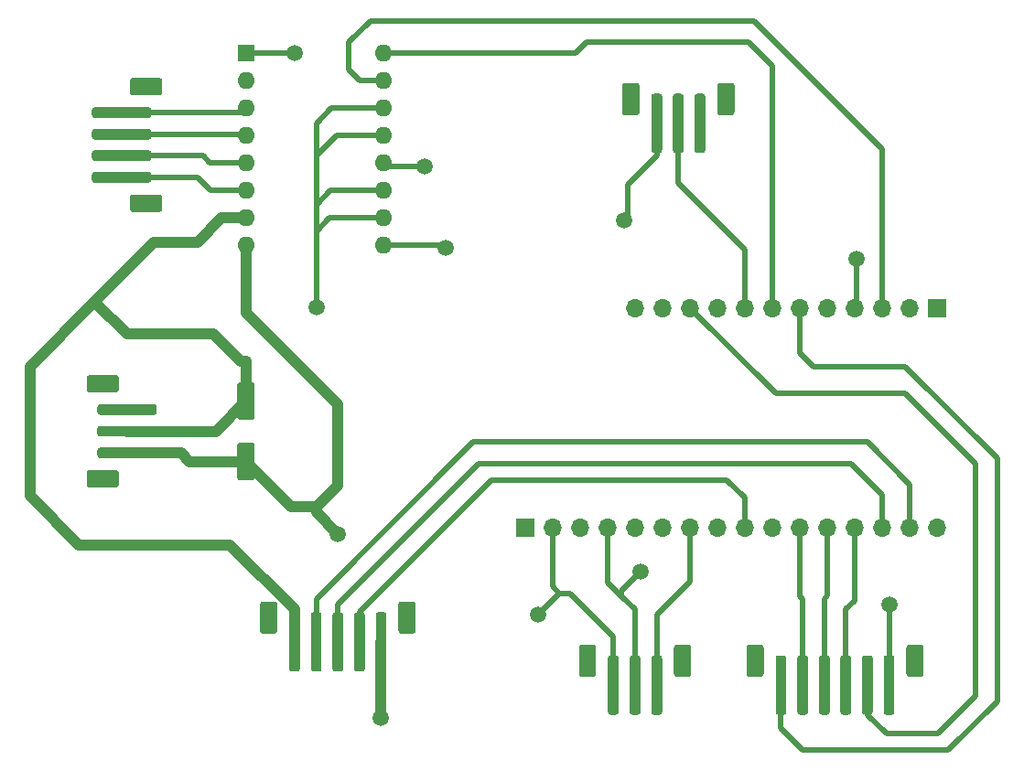
<source format=gbr>
G04 #@! TF.GenerationSoftware,KiCad,Pcbnew,(5.1.9)-1*
G04 #@! TF.CreationDate,2022-06-25T15:55:54-04:00*
G04 #@! TF.ProjectId,TarotMachine,5461726f-744d-4616-9368-696e652e6b69,rev?*
G04 #@! TF.SameCoordinates,Original*
G04 #@! TF.FileFunction,Copper,L1,Top*
G04 #@! TF.FilePolarity,Positive*
%FSLAX46Y46*%
G04 Gerber Fmt 4.6, Leading zero omitted, Abs format (unit mm)*
G04 Created by KiCad (PCBNEW (5.1.9)-1) date 2022-06-25 15:55:54*
%MOMM*%
%LPD*%
G01*
G04 APERTURE LIST*
G04 #@! TA.AperFunction,ComponentPad*
%ADD10O,1.700000X1.700000*%
G04 #@! TD*
G04 #@! TA.AperFunction,ComponentPad*
%ADD11R,1.700000X1.700000*%
G04 #@! TD*
G04 #@! TA.AperFunction,ComponentPad*
%ADD12R,1.600000X1.600000*%
G04 #@! TD*
G04 #@! TA.AperFunction,ComponentPad*
%ADD13O,1.600000X1.600000*%
G04 #@! TD*
G04 #@! TA.AperFunction,ViaPad*
%ADD14C,1.500000*%
G04 #@! TD*
G04 #@! TA.AperFunction,Conductor*
%ADD15C,0.500000*%
G04 #@! TD*
G04 #@! TA.AperFunction,Conductor*
%ADD16C,1.000000*%
G04 #@! TD*
G04 APERTURE END LIST*
D10*
X92450000Y-48390000D03*
X89910000Y-48390000D03*
X87370000Y-48390000D03*
X84830000Y-48390000D03*
X82290000Y-48390000D03*
X79750000Y-48390000D03*
X77210000Y-48390000D03*
X74670000Y-48390000D03*
X72130000Y-48390000D03*
X69590000Y-48390000D03*
X67050000Y-48390000D03*
X64510000Y-48390000D03*
X61970000Y-48390000D03*
X59430000Y-48390000D03*
X56890000Y-48390000D03*
D11*
X54350000Y-48390000D03*
D10*
X64510000Y-28070000D03*
X67050000Y-28070000D03*
X69590000Y-28070000D03*
X72130000Y-28070000D03*
X74670000Y-28070000D03*
X77210000Y-28070000D03*
X79750000Y-28070000D03*
X82290000Y-28070000D03*
X84830000Y-28070000D03*
X87370000Y-28070000D03*
X89910000Y-28070000D03*
D11*
X92450000Y-28070000D03*
D12*
X28500000Y-4500000D03*
D13*
X41200000Y-22280000D03*
X28500000Y-7040000D03*
X41200000Y-19740000D03*
X28500000Y-9580000D03*
X41200000Y-17200000D03*
X28500000Y-12120000D03*
X41200000Y-14660000D03*
X28500000Y-14660000D03*
X41200000Y-12120000D03*
X28500000Y-17200000D03*
X41200000Y-9580000D03*
X28500000Y-19740000D03*
X41200000Y-7040000D03*
X28500000Y-22280000D03*
X41200000Y-4500000D03*
G04 #@! TA.AperFunction,SMDPad,CuDef*
G36*
G01*
X29050000Y-44050000D02*
X27950000Y-44050000D01*
G75*
G02*
X27700000Y-43800000I0J250000D01*
G01*
X27700000Y-40800000D01*
G75*
G02*
X27950000Y-40550000I250000J0D01*
G01*
X29050000Y-40550000D01*
G75*
G02*
X29300000Y-40800000I0J-250000D01*
G01*
X29300000Y-43800000D01*
G75*
G02*
X29050000Y-44050000I-250000J0D01*
G01*
G37*
G04 #@! TD.AperFunction*
G04 #@! TA.AperFunction,SMDPad,CuDef*
G36*
G01*
X29050000Y-38450000D02*
X27950000Y-38450000D01*
G75*
G02*
X27700000Y-38200000I0J250000D01*
G01*
X27700000Y-35200000D01*
G75*
G02*
X27950000Y-34950000I250000J0D01*
G01*
X29050000Y-34950000D01*
G75*
G02*
X29300000Y-35200000I0J-250000D01*
G01*
X29300000Y-38200000D01*
G75*
G02*
X29050000Y-38450000I-250000J0D01*
G01*
G37*
G04 #@! TD.AperFunction*
G04 #@! TA.AperFunction,SMDPad,CuDef*
G36*
G01*
X68100000Y-62000000D02*
X68100000Y-59500000D01*
G75*
G02*
X68350000Y-59250000I250000J0D01*
G01*
X69450000Y-59250000D01*
G75*
G02*
X69700000Y-59500000I0J-250000D01*
G01*
X69700000Y-62000000D01*
G75*
G02*
X69450000Y-62250000I-250000J0D01*
G01*
X68350000Y-62250000D01*
G75*
G02*
X68100000Y-62000000I0J250000D01*
G01*
G37*
G04 #@! TD.AperFunction*
G04 #@! TA.AperFunction,SMDPad,CuDef*
G36*
G01*
X59300000Y-62000000D02*
X59300000Y-59500000D01*
G75*
G02*
X59550000Y-59250000I250000J0D01*
G01*
X60650000Y-59250000D01*
G75*
G02*
X60900000Y-59500000I0J-250000D01*
G01*
X60900000Y-62000000D01*
G75*
G02*
X60650000Y-62250000I-250000J0D01*
G01*
X59550000Y-62250000D01*
G75*
G02*
X59300000Y-62000000I0J250000D01*
G01*
G37*
G04 #@! TD.AperFunction*
G04 #@! TA.AperFunction,SMDPad,CuDef*
G36*
G01*
X66000000Y-65500000D02*
X66000000Y-60500000D01*
G75*
G02*
X66250000Y-60250000I250000J0D01*
G01*
X66750000Y-60250000D01*
G75*
G02*
X67000000Y-60500000I0J-250000D01*
G01*
X67000000Y-65500000D01*
G75*
G02*
X66750000Y-65750000I-250000J0D01*
G01*
X66250000Y-65750000D01*
G75*
G02*
X66000000Y-65500000I0J250000D01*
G01*
G37*
G04 #@! TD.AperFunction*
G04 #@! TA.AperFunction,SMDPad,CuDef*
G36*
G01*
X64000000Y-65500000D02*
X64000000Y-60500000D01*
G75*
G02*
X64250000Y-60250000I250000J0D01*
G01*
X64750000Y-60250000D01*
G75*
G02*
X65000000Y-60500000I0J-250000D01*
G01*
X65000000Y-65500000D01*
G75*
G02*
X64750000Y-65750000I-250000J0D01*
G01*
X64250000Y-65750000D01*
G75*
G02*
X64000000Y-65500000I0J250000D01*
G01*
G37*
G04 #@! TD.AperFunction*
G04 #@! TA.AperFunction,SMDPad,CuDef*
G36*
G01*
X62000000Y-65500000D02*
X62000000Y-60500000D01*
G75*
G02*
X62250000Y-60250000I250000J0D01*
G01*
X62750000Y-60250000D01*
G75*
G02*
X63000000Y-60500000I0J-250000D01*
G01*
X63000000Y-65500000D01*
G75*
G02*
X62750000Y-65750000I-250000J0D01*
G01*
X62250000Y-65750000D01*
G75*
G02*
X62000000Y-65500000I0J250000D01*
G01*
G37*
G04 #@! TD.AperFunction*
G04 #@! TA.AperFunction,SMDPad,CuDef*
G36*
G01*
X66000000Y-13500000D02*
X66000000Y-8500000D01*
G75*
G02*
X66250000Y-8250000I250000J0D01*
G01*
X66750000Y-8250000D01*
G75*
G02*
X67000000Y-8500000I0J-250000D01*
G01*
X67000000Y-13500000D01*
G75*
G02*
X66750000Y-13750000I-250000J0D01*
G01*
X66250000Y-13750000D01*
G75*
G02*
X66000000Y-13500000I0J250000D01*
G01*
G37*
G04 #@! TD.AperFunction*
G04 #@! TA.AperFunction,SMDPad,CuDef*
G36*
G01*
X68000000Y-13500000D02*
X68000000Y-8500000D01*
G75*
G02*
X68250000Y-8250000I250000J0D01*
G01*
X68750000Y-8250000D01*
G75*
G02*
X69000000Y-8500000I0J-250000D01*
G01*
X69000000Y-13500000D01*
G75*
G02*
X68750000Y-13750000I-250000J0D01*
G01*
X68250000Y-13750000D01*
G75*
G02*
X68000000Y-13500000I0J250000D01*
G01*
G37*
G04 #@! TD.AperFunction*
G04 #@! TA.AperFunction,SMDPad,CuDef*
G36*
G01*
X70000000Y-13500000D02*
X70000000Y-8500000D01*
G75*
G02*
X70250000Y-8250000I250000J0D01*
G01*
X70750000Y-8250000D01*
G75*
G02*
X71000000Y-8500000I0J-250000D01*
G01*
X71000000Y-13500000D01*
G75*
G02*
X70750000Y-13750000I-250000J0D01*
G01*
X70250000Y-13750000D01*
G75*
G02*
X70000000Y-13500000I0J250000D01*
G01*
G37*
G04 #@! TD.AperFunction*
G04 #@! TA.AperFunction,SMDPad,CuDef*
G36*
G01*
X63300000Y-10000000D02*
X63300000Y-7500000D01*
G75*
G02*
X63550000Y-7250000I250000J0D01*
G01*
X64650000Y-7250000D01*
G75*
G02*
X64900000Y-7500000I0J-250000D01*
G01*
X64900000Y-10000000D01*
G75*
G02*
X64650000Y-10250000I-250000J0D01*
G01*
X63550000Y-10250000D01*
G75*
G02*
X63300000Y-10000000I0J250000D01*
G01*
G37*
G04 #@! TD.AperFunction*
G04 #@! TA.AperFunction,SMDPad,CuDef*
G36*
G01*
X72100000Y-10000000D02*
X72100000Y-7500000D01*
G75*
G02*
X72350000Y-7250000I250000J0D01*
G01*
X73450000Y-7250000D01*
G75*
G02*
X73700000Y-7500000I0J-250000D01*
G01*
X73700000Y-10000000D01*
G75*
G02*
X73450000Y-10250000I-250000J0D01*
G01*
X72350000Y-10250000D01*
G75*
G02*
X72100000Y-10000000I0J250000D01*
G01*
G37*
G04 #@! TD.AperFunction*
G04 #@! TA.AperFunction,SMDPad,CuDef*
G36*
G01*
X16500000Y-35900000D02*
X14000000Y-35900000D01*
G75*
G02*
X13750000Y-35650000I0J250000D01*
G01*
X13750000Y-34550000D01*
G75*
G02*
X14000000Y-34300000I250000J0D01*
G01*
X16500000Y-34300000D01*
G75*
G02*
X16750000Y-34550000I0J-250000D01*
G01*
X16750000Y-35650000D01*
G75*
G02*
X16500000Y-35900000I-250000J0D01*
G01*
G37*
G04 #@! TD.AperFunction*
G04 #@! TA.AperFunction,SMDPad,CuDef*
G36*
G01*
X16500000Y-44700000D02*
X14000000Y-44700000D01*
G75*
G02*
X13750000Y-44450000I0J250000D01*
G01*
X13750000Y-43350000D01*
G75*
G02*
X14000000Y-43100000I250000J0D01*
G01*
X16500000Y-43100000D01*
G75*
G02*
X16750000Y-43350000I0J-250000D01*
G01*
X16750000Y-44450000D01*
G75*
G02*
X16500000Y-44700000I-250000J0D01*
G01*
G37*
G04 #@! TD.AperFunction*
G04 #@! TA.AperFunction,SMDPad,CuDef*
G36*
G01*
X20000000Y-38000000D02*
X15000000Y-38000000D01*
G75*
G02*
X14750000Y-37750000I0J250000D01*
G01*
X14750000Y-37250000D01*
G75*
G02*
X15000000Y-37000000I250000J0D01*
G01*
X20000000Y-37000000D01*
G75*
G02*
X20250000Y-37250000I0J-250000D01*
G01*
X20250000Y-37750000D01*
G75*
G02*
X20000000Y-38000000I-250000J0D01*
G01*
G37*
G04 #@! TD.AperFunction*
G04 #@! TA.AperFunction,SMDPad,CuDef*
G36*
G01*
X20000000Y-40000000D02*
X15000000Y-40000000D01*
G75*
G02*
X14750000Y-39750000I0J250000D01*
G01*
X14750000Y-39250000D01*
G75*
G02*
X15000000Y-39000000I250000J0D01*
G01*
X20000000Y-39000000D01*
G75*
G02*
X20250000Y-39250000I0J-250000D01*
G01*
X20250000Y-39750000D01*
G75*
G02*
X20000000Y-40000000I-250000J0D01*
G01*
G37*
G04 #@! TD.AperFunction*
G04 #@! TA.AperFunction,SMDPad,CuDef*
G36*
G01*
X20000000Y-42000000D02*
X15000000Y-42000000D01*
G75*
G02*
X14750000Y-41750000I0J250000D01*
G01*
X14750000Y-41250000D01*
G75*
G02*
X15000000Y-41000000I250000J0D01*
G01*
X20000000Y-41000000D01*
G75*
G02*
X20250000Y-41250000I0J-250000D01*
G01*
X20250000Y-41750000D01*
G75*
G02*
X20000000Y-42000000I-250000J0D01*
G01*
G37*
G04 #@! TD.AperFunction*
G04 #@! TA.AperFunction,SMDPad,CuDef*
G36*
G01*
X77500000Y-65500000D02*
X77500000Y-60500000D01*
G75*
G02*
X77750000Y-60250000I250000J0D01*
G01*
X78250000Y-60250000D01*
G75*
G02*
X78500000Y-60500000I0J-250000D01*
G01*
X78500000Y-65500000D01*
G75*
G02*
X78250000Y-65750000I-250000J0D01*
G01*
X77750000Y-65750000D01*
G75*
G02*
X77500000Y-65500000I0J250000D01*
G01*
G37*
G04 #@! TD.AperFunction*
G04 #@! TA.AperFunction,SMDPad,CuDef*
G36*
G01*
X79500000Y-65500000D02*
X79500000Y-60500000D01*
G75*
G02*
X79750000Y-60250000I250000J0D01*
G01*
X80250000Y-60250000D01*
G75*
G02*
X80500000Y-60500000I0J-250000D01*
G01*
X80500000Y-65500000D01*
G75*
G02*
X80250000Y-65750000I-250000J0D01*
G01*
X79750000Y-65750000D01*
G75*
G02*
X79500000Y-65500000I0J250000D01*
G01*
G37*
G04 #@! TD.AperFunction*
G04 #@! TA.AperFunction,SMDPad,CuDef*
G36*
G01*
X81500000Y-65500000D02*
X81500000Y-60500000D01*
G75*
G02*
X81750000Y-60250000I250000J0D01*
G01*
X82250000Y-60250000D01*
G75*
G02*
X82500000Y-60500000I0J-250000D01*
G01*
X82500000Y-65500000D01*
G75*
G02*
X82250000Y-65750000I-250000J0D01*
G01*
X81750000Y-65750000D01*
G75*
G02*
X81500000Y-65500000I0J250000D01*
G01*
G37*
G04 #@! TD.AperFunction*
G04 #@! TA.AperFunction,SMDPad,CuDef*
G36*
G01*
X83500000Y-65500000D02*
X83500000Y-60500000D01*
G75*
G02*
X83750000Y-60250000I250000J0D01*
G01*
X84250000Y-60250000D01*
G75*
G02*
X84500000Y-60500000I0J-250000D01*
G01*
X84500000Y-65500000D01*
G75*
G02*
X84250000Y-65750000I-250000J0D01*
G01*
X83750000Y-65750000D01*
G75*
G02*
X83500000Y-65500000I0J250000D01*
G01*
G37*
G04 #@! TD.AperFunction*
G04 #@! TA.AperFunction,SMDPad,CuDef*
G36*
G01*
X85500000Y-65500000D02*
X85500000Y-60500000D01*
G75*
G02*
X85750000Y-60250000I250000J0D01*
G01*
X86250000Y-60250000D01*
G75*
G02*
X86500000Y-60500000I0J-250000D01*
G01*
X86500000Y-65500000D01*
G75*
G02*
X86250000Y-65750000I-250000J0D01*
G01*
X85750000Y-65750000D01*
G75*
G02*
X85500000Y-65500000I0J250000D01*
G01*
G37*
G04 #@! TD.AperFunction*
G04 #@! TA.AperFunction,SMDPad,CuDef*
G36*
G01*
X87500000Y-65500000D02*
X87500000Y-60500000D01*
G75*
G02*
X87750000Y-60250000I250000J0D01*
G01*
X88250000Y-60250000D01*
G75*
G02*
X88500000Y-60500000I0J-250000D01*
G01*
X88500000Y-65500000D01*
G75*
G02*
X88250000Y-65750000I-250000J0D01*
G01*
X87750000Y-65750000D01*
G75*
G02*
X87500000Y-65500000I0J250000D01*
G01*
G37*
G04 #@! TD.AperFunction*
G04 #@! TA.AperFunction,SMDPad,CuDef*
G36*
G01*
X74800000Y-62000000D02*
X74800000Y-59500000D01*
G75*
G02*
X75050000Y-59250000I250000J0D01*
G01*
X76150000Y-59250000D01*
G75*
G02*
X76400000Y-59500000I0J-250000D01*
G01*
X76400000Y-62000000D01*
G75*
G02*
X76150000Y-62250000I-250000J0D01*
G01*
X75050000Y-62250000D01*
G75*
G02*
X74800000Y-62000000I0J250000D01*
G01*
G37*
G04 #@! TD.AperFunction*
G04 #@! TA.AperFunction,SMDPad,CuDef*
G36*
G01*
X89600000Y-62000000D02*
X89600000Y-59500000D01*
G75*
G02*
X89850000Y-59250000I250000J0D01*
G01*
X90950000Y-59250000D01*
G75*
G02*
X91200000Y-59500000I0J-250000D01*
G01*
X91200000Y-62000000D01*
G75*
G02*
X90950000Y-62250000I-250000J0D01*
G01*
X89850000Y-62250000D01*
G75*
G02*
X89600000Y-62000000I0J250000D01*
G01*
G37*
G04 #@! TD.AperFunction*
G04 #@! TA.AperFunction,SMDPad,CuDef*
G36*
G01*
X14500000Y-9500000D02*
X19500000Y-9500000D01*
G75*
G02*
X19750000Y-9750000I0J-250000D01*
G01*
X19750000Y-10250000D01*
G75*
G02*
X19500000Y-10500000I-250000J0D01*
G01*
X14500000Y-10500000D01*
G75*
G02*
X14250000Y-10250000I0J250000D01*
G01*
X14250000Y-9750000D01*
G75*
G02*
X14500000Y-9500000I250000J0D01*
G01*
G37*
G04 #@! TD.AperFunction*
G04 #@! TA.AperFunction,SMDPad,CuDef*
G36*
G01*
X14500000Y-11500000D02*
X19500000Y-11500000D01*
G75*
G02*
X19750000Y-11750000I0J-250000D01*
G01*
X19750000Y-12250000D01*
G75*
G02*
X19500000Y-12500000I-250000J0D01*
G01*
X14500000Y-12500000D01*
G75*
G02*
X14250000Y-12250000I0J250000D01*
G01*
X14250000Y-11750000D01*
G75*
G02*
X14500000Y-11500000I250000J0D01*
G01*
G37*
G04 #@! TD.AperFunction*
G04 #@! TA.AperFunction,SMDPad,CuDef*
G36*
G01*
X14500000Y-13500000D02*
X19500000Y-13500000D01*
G75*
G02*
X19750000Y-13750000I0J-250000D01*
G01*
X19750000Y-14250000D01*
G75*
G02*
X19500000Y-14500000I-250000J0D01*
G01*
X14500000Y-14500000D01*
G75*
G02*
X14250000Y-14250000I0J250000D01*
G01*
X14250000Y-13750000D01*
G75*
G02*
X14500000Y-13500000I250000J0D01*
G01*
G37*
G04 #@! TD.AperFunction*
G04 #@! TA.AperFunction,SMDPad,CuDef*
G36*
G01*
X14500000Y-15500000D02*
X19500000Y-15500000D01*
G75*
G02*
X19750000Y-15750000I0J-250000D01*
G01*
X19750000Y-16250000D01*
G75*
G02*
X19500000Y-16500000I-250000J0D01*
G01*
X14500000Y-16500000D01*
G75*
G02*
X14250000Y-16250000I0J250000D01*
G01*
X14250000Y-15750000D01*
G75*
G02*
X14500000Y-15500000I250000J0D01*
G01*
G37*
G04 #@! TD.AperFunction*
G04 #@! TA.AperFunction,SMDPad,CuDef*
G36*
G01*
X18000000Y-6800000D02*
X20500000Y-6800000D01*
G75*
G02*
X20750000Y-7050000I0J-250000D01*
G01*
X20750000Y-8150000D01*
G75*
G02*
X20500000Y-8400000I-250000J0D01*
G01*
X18000000Y-8400000D01*
G75*
G02*
X17750000Y-8150000I0J250000D01*
G01*
X17750000Y-7050000D01*
G75*
G02*
X18000000Y-6800000I250000J0D01*
G01*
G37*
G04 #@! TD.AperFunction*
G04 #@! TA.AperFunction,SMDPad,CuDef*
G36*
G01*
X18000000Y-17600000D02*
X20500000Y-17600000D01*
G75*
G02*
X20750000Y-17850000I0J-250000D01*
G01*
X20750000Y-18950000D01*
G75*
G02*
X20500000Y-19200000I-250000J0D01*
G01*
X18000000Y-19200000D01*
G75*
G02*
X17750000Y-18950000I0J250000D01*
G01*
X17750000Y-17850000D01*
G75*
G02*
X18000000Y-17600000I250000J0D01*
G01*
G37*
G04 #@! TD.AperFunction*
G04 #@! TA.AperFunction,SMDPad,CuDef*
G36*
G01*
X32500000Y-61500000D02*
X32500000Y-56500000D01*
G75*
G02*
X32750000Y-56250000I250000J0D01*
G01*
X33250000Y-56250000D01*
G75*
G02*
X33500000Y-56500000I0J-250000D01*
G01*
X33500000Y-61500000D01*
G75*
G02*
X33250000Y-61750000I-250000J0D01*
G01*
X32750000Y-61750000D01*
G75*
G02*
X32500000Y-61500000I0J250000D01*
G01*
G37*
G04 #@! TD.AperFunction*
G04 #@! TA.AperFunction,SMDPad,CuDef*
G36*
G01*
X34500000Y-61500000D02*
X34500000Y-56500000D01*
G75*
G02*
X34750000Y-56250000I250000J0D01*
G01*
X35250000Y-56250000D01*
G75*
G02*
X35500000Y-56500000I0J-250000D01*
G01*
X35500000Y-61500000D01*
G75*
G02*
X35250000Y-61750000I-250000J0D01*
G01*
X34750000Y-61750000D01*
G75*
G02*
X34500000Y-61500000I0J250000D01*
G01*
G37*
G04 #@! TD.AperFunction*
G04 #@! TA.AperFunction,SMDPad,CuDef*
G36*
G01*
X36500000Y-61500000D02*
X36500000Y-56500000D01*
G75*
G02*
X36750000Y-56250000I250000J0D01*
G01*
X37250000Y-56250000D01*
G75*
G02*
X37500000Y-56500000I0J-250000D01*
G01*
X37500000Y-61500000D01*
G75*
G02*
X37250000Y-61750000I-250000J0D01*
G01*
X36750000Y-61750000D01*
G75*
G02*
X36500000Y-61500000I0J250000D01*
G01*
G37*
G04 #@! TD.AperFunction*
G04 #@! TA.AperFunction,SMDPad,CuDef*
G36*
G01*
X38500000Y-61500000D02*
X38500000Y-56500000D01*
G75*
G02*
X38750000Y-56250000I250000J0D01*
G01*
X39250000Y-56250000D01*
G75*
G02*
X39500000Y-56500000I0J-250000D01*
G01*
X39500000Y-61500000D01*
G75*
G02*
X39250000Y-61750000I-250000J0D01*
G01*
X38750000Y-61750000D01*
G75*
G02*
X38500000Y-61500000I0J250000D01*
G01*
G37*
G04 #@! TD.AperFunction*
G04 #@! TA.AperFunction,SMDPad,CuDef*
G36*
G01*
X40500000Y-61500000D02*
X40500000Y-56500000D01*
G75*
G02*
X40750000Y-56250000I250000J0D01*
G01*
X41250000Y-56250000D01*
G75*
G02*
X41500000Y-56500000I0J-250000D01*
G01*
X41500000Y-61500000D01*
G75*
G02*
X41250000Y-61750000I-250000J0D01*
G01*
X40750000Y-61750000D01*
G75*
G02*
X40500000Y-61500000I0J250000D01*
G01*
G37*
G04 #@! TD.AperFunction*
G04 #@! TA.AperFunction,SMDPad,CuDef*
G36*
G01*
X29800000Y-58000000D02*
X29800000Y-55500000D01*
G75*
G02*
X30050000Y-55250000I250000J0D01*
G01*
X31150000Y-55250000D01*
G75*
G02*
X31400000Y-55500000I0J-250000D01*
G01*
X31400000Y-58000000D01*
G75*
G02*
X31150000Y-58250000I-250000J0D01*
G01*
X30050000Y-58250000D01*
G75*
G02*
X29800000Y-58000000I0J250000D01*
G01*
G37*
G04 #@! TD.AperFunction*
G04 #@! TA.AperFunction,SMDPad,CuDef*
G36*
G01*
X42600000Y-58000000D02*
X42600000Y-55500000D01*
G75*
G02*
X42850000Y-55250000I250000J0D01*
G01*
X43950000Y-55250000D01*
G75*
G02*
X44200000Y-55500000I0J-250000D01*
G01*
X44200000Y-58000000D01*
G75*
G02*
X43950000Y-58250000I-250000J0D01*
G01*
X42850000Y-58250000D01*
G75*
G02*
X42600000Y-58000000I0J250000D01*
G01*
G37*
G04 #@! TD.AperFunction*
D14*
X63500000Y-20000000D03*
X65000000Y-52500000D03*
X88000000Y-55500000D03*
X33000000Y-4500000D03*
X45000000Y-15000000D03*
X55500000Y-56500000D03*
X35000000Y-28000000D03*
X47000000Y-22500000D03*
X85000000Y-23500000D03*
X37000000Y-49000000D03*
X41000000Y-66000000D03*
D15*
X64500000Y-63000000D02*
X64500000Y-56000000D01*
X61970000Y-53470000D02*
X61970000Y-48390000D01*
X66500000Y-11000000D02*
X66500000Y-14000000D01*
X66500000Y-14000000D02*
X63840000Y-16660000D01*
X63840000Y-19660000D02*
X63500000Y-20000000D01*
X63840000Y-16660000D02*
X63840000Y-19660000D01*
X63250000Y-54250000D02*
X63250000Y-54750000D01*
X65000000Y-52500000D02*
X63250000Y-54250000D01*
X63250000Y-54750000D02*
X61970000Y-53470000D01*
X64500000Y-56000000D02*
X63250000Y-54750000D01*
X88000000Y-55500000D02*
X88000000Y-63000000D01*
X33000000Y-4500000D02*
X28500000Y-4500000D01*
X41540000Y-15000000D02*
X41200000Y-14660000D01*
X45000000Y-15000000D02*
X41540000Y-15000000D01*
X62500000Y-63000000D02*
X62500000Y-58500000D01*
X62500000Y-58500000D02*
X58500000Y-54500000D01*
X58500000Y-54500000D02*
X57500000Y-54500000D01*
X56890000Y-53890000D02*
X56890000Y-48390000D01*
X57500000Y-54500000D02*
X56890000Y-53890000D01*
X57500000Y-54500000D02*
X55500000Y-56500000D01*
X35000000Y-28000000D02*
X35000000Y-21000000D01*
X36260000Y-19740000D02*
X41200000Y-19740000D01*
X35000000Y-21000000D02*
X36260000Y-19740000D01*
X36420000Y-9580000D02*
X41200000Y-9580000D01*
X35000000Y-11000000D02*
X36420000Y-9580000D01*
X36880000Y-12120000D02*
X35000000Y-14000000D01*
X41200000Y-12120000D02*
X36880000Y-12120000D01*
X35000000Y-14000000D02*
X35000000Y-11000000D01*
X36300000Y-17200000D02*
X35000000Y-18500000D01*
X41200000Y-17200000D02*
X36300000Y-17200000D01*
X35000000Y-18500000D02*
X35000000Y-14000000D01*
X35000000Y-21000000D02*
X35000000Y-18500000D01*
X85000000Y-28240000D02*
X84830000Y-28070000D01*
X41200000Y-22280000D02*
X45280000Y-22280000D01*
X46780000Y-22280000D02*
X47000000Y-22500000D01*
X45280000Y-22280000D02*
X46780000Y-22280000D01*
X85000000Y-27900000D02*
X84830000Y-28070000D01*
X85000000Y-23500000D02*
X85000000Y-27900000D01*
X28380000Y-12000000D02*
X28500000Y-12120000D01*
X17000000Y-12000000D02*
X28380000Y-12000000D01*
X28080000Y-10000000D02*
X28500000Y-9580000D01*
X17000000Y-10000000D02*
X28080000Y-10000000D01*
X17000000Y-14000000D02*
X24500000Y-14000000D01*
X25160000Y-14660000D02*
X28500000Y-14660000D01*
X24500000Y-14000000D02*
X25160000Y-14660000D01*
X17000000Y-16000000D02*
X24000000Y-16000000D01*
X25200000Y-17200000D02*
X28500000Y-17200000D01*
X24000000Y-16000000D02*
X25200000Y-17200000D01*
D16*
X8500000Y-33500000D02*
X14500000Y-27500000D01*
X8500000Y-45500000D02*
X8500000Y-33500000D01*
X13000000Y-50000000D02*
X8500000Y-45500000D01*
X33000000Y-56006480D02*
X26993520Y-50000000D01*
X26993520Y-50000000D02*
X13000000Y-50000000D01*
X33000000Y-59000000D02*
X33000000Y-56006480D01*
X25700000Y-39500000D02*
X28500000Y-36700000D01*
X17500000Y-39500000D02*
X25700000Y-39500000D01*
X28500000Y-36700000D02*
X28500000Y-33000000D01*
X28500000Y-33000000D02*
X28000000Y-33000000D01*
X28000000Y-33000000D02*
X25500000Y-30500000D01*
X17500000Y-30500000D02*
X14500000Y-27500000D01*
X25500000Y-30500000D02*
X17500000Y-30500000D01*
X26260000Y-19740000D02*
X28500000Y-19740000D01*
X24000000Y-22000000D02*
X26260000Y-19740000D01*
X20000000Y-22000000D02*
X24000000Y-22000000D01*
X14500000Y-27500000D02*
X20000000Y-22000000D01*
D15*
X87370000Y-13370000D02*
X87370000Y-28070000D01*
X75500000Y-1500000D02*
X87370000Y-13370000D01*
X41200000Y-7040000D02*
X39040000Y-7040000D01*
X39040000Y-7040000D02*
X38000000Y-6000000D01*
X38000000Y-6000000D02*
X38000000Y-3500000D01*
X38000000Y-3500000D02*
X40000000Y-1500000D01*
X40000000Y-1500000D02*
X54000000Y-1500000D01*
X54000000Y-1500000D02*
X75500000Y-1500000D01*
X52500000Y-1500000D02*
X54000000Y-1500000D01*
D16*
X28500000Y-42300000D02*
X23300000Y-42300000D01*
X22500000Y-41500000D02*
X17500000Y-41500000D01*
X23300000Y-42300000D02*
X22500000Y-41500000D01*
X28500000Y-42300000D02*
X32700000Y-46500000D01*
X32700000Y-46500000D02*
X35000000Y-46500000D01*
X35000000Y-46500000D02*
X37000000Y-44500000D01*
X35000000Y-47000000D02*
X37000000Y-49000000D01*
X35000000Y-46500000D02*
X35000000Y-47000000D01*
X41000000Y-66000000D02*
X41000000Y-59000000D01*
X28500000Y-22280000D02*
X28500000Y-28500000D01*
X37000000Y-37000000D02*
X37000000Y-37500000D01*
X28500000Y-28500000D02*
X37000000Y-37000000D01*
X37000000Y-44500000D02*
X37000000Y-37500000D01*
D15*
X60000000Y-3500000D02*
X75000000Y-3500000D01*
X77210000Y-5710000D02*
X77210000Y-28070000D01*
X75000000Y-3500000D02*
X77210000Y-5710000D01*
X41200000Y-4500000D02*
X59000000Y-4500000D01*
X59000000Y-4500000D02*
X60000000Y-3500000D01*
X77520000Y-36000000D02*
X69590000Y-28070000D01*
X96000000Y-64000000D02*
X96000000Y-42500000D01*
X92500000Y-67500000D02*
X96000000Y-64000000D01*
X87750000Y-67500000D02*
X92500000Y-67500000D01*
X89500000Y-36000000D02*
X77520000Y-36000000D01*
X86000000Y-65750000D02*
X87750000Y-67500000D01*
X96000000Y-42500000D02*
X89500000Y-36000000D01*
X86000000Y-63000000D02*
X86000000Y-65750000D01*
X68500000Y-11000000D02*
X68500000Y-16500000D01*
X74670000Y-22670000D02*
X74670000Y-28070000D01*
X68500000Y-16500000D02*
X74670000Y-22670000D01*
X78000000Y-63000000D02*
X78000000Y-67000000D01*
X78000000Y-67000000D02*
X80000000Y-69000000D01*
X80000000Y-69000000D02*
X93500000Y-69000000D01*
X93500000Y-69000000D02*
X98000000Y-64500000D01*
X98000000Y-64500000D02*
X98000000Y-42000000D01*
X98000000Y-42000000D02*
X89500000Y-33500000D01*
X89500000Y-33500000D02*
X81000000Y-33500000D01*
X79750000Y-32250000D02*
X79750000Y-28070000D01*
X81000000Y-33500000D02*
X79750000Y-32250000D01*
X35000000Y-59000000D02*
X35000000Y-55000000D01*
X35000000Y-55000000D02*
X49500000Y-40500000D01*
X49500000Y-40500000D02*
X86000000Y-40500000D01*
X89910000Y-44410000D02*
X89910000Y-48390000D01*
X86000000Y-40500000D02*
X89910000Y-44410000D01*
X37000000Y-59000000D02*
X37000000Y-55500000D01*
X37000000Y-55500000D02*
X50000000Y-42500000D01*
X50000000Y-42500000D02*
X84500000Y-42500000D01*
X87370000Y-45370000D02*
X87370000Y-48390000D01*
X84500000Y-42500000D02*
X87370000Y-45370000D01*
X84830000Y-48390000D02*
X84830000Y-55170000D01*
X84000000Y-56000000D02*
X84000000Y-63000000D01*
X84830000Y-55170000D02*
X84000000Y-56000000D01*
X82290000Y-48390000D02*
X82290000Y-54710000D01*
X82000000Y-55000000D02*
X82000000Y-63000000D01*
X82290000Y-54710000D02*
X82000000Y-55000000D01*
X79750000Y-48390000D02*
X79750000Y-54750000D01*
X80000000Y-55000000D02*
X80000000Y-63000000D01*
X79750000Y-54750000D02*
X80000000Y-55000000D01*
X39000000Y-56250000D02*
X51250000Y-44000000D01*
X39000000Y-59000000D02*
X39000000Y-56250000D01*
X51250000Y-44000000D02*
X73000000Y-44000000D01*
X74670000Y-45670000D02*
X74670000Y-48390000D01*
X73000000Y-44000000D02*
X74670000Y-45670000D01*
X66500000Y-63000000D02*
X66500000Y-56500000D01*
X69590000Y-53410000D02*
X69590000Y-48390000D01*
X66500000Y-56500000D02*
X69590000Y-53410000D01*
M02*

</source>
